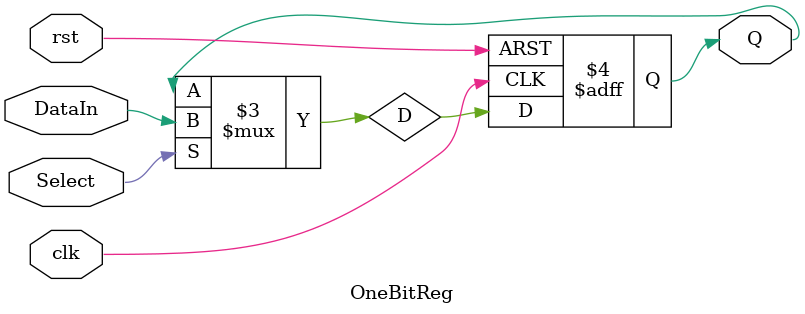
<source format=v>
module OneBitReg(
    input DataIn,    // Input data to be stored
    input clk,       // Clock signal for synchronous operation
    input rst,       // Asynchronous reset signal (active low)
    input Select,    // Select signal to choose between input data and current Q value
    output reg Q     // Output of the register
);

// Internal wire to hold the data to be stored
wire D;

// Synchronous reset and update of the register
// On the rising edge of the clock or when reset is asserted
always @(posedge clk or negedge rst) begin
    if (!rst) begin
        // Asynchronous reset: clear the output Q to 0
        Q <= 1'b0;
    end else begin
        // Update the output Q with the value of D
        Q <= D;
    end
end

// Assign D based on the Select signal
// If Select is 1, D takes the value of DataIn
// If Select is 0, D takes the current value of Q (feedback loop)
assign D = (Select) ? DataIn : Q;

endmodule

</source>
